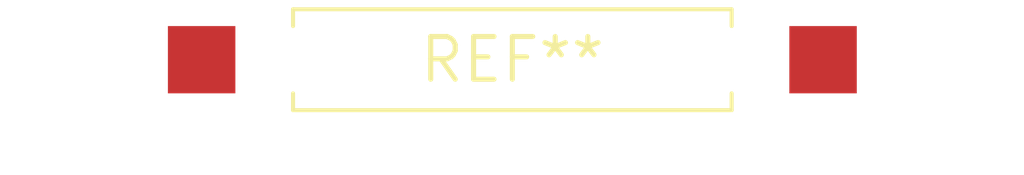
<source format=kicad_pcb>
(kicad_pcb (version 20240108) (generator pcbnew)
  (layers (0 "F.Cu" signal) (31 "B.Cu" signal) (34 "B.Paste" user) (35 "F.Paste" user) (36 "B.SilkS" user "B.Silkscreen") (37 "F.SilkS" user "F.Silkscreen") (38 "B.Mask" user) (39 "F.Mask" user) (44 "Edge.Cuts" user))
  (net 0 "")
  (footprint "SW_SPST_REED_CT10-XXXX-G2" (layer "F.Cu") (at 0 0)
    (property "Reference" "REF**")
    (property "Value" "SW_SPST_REED_CT10-XXXX-G2")
    (fp_line (start -6.5 -1.5) (end -6.5 -1) (layer "F.SilkS") (stroke (width 0.12)))
    (fp_line (start -6.5 1) (end -6.5 1.5) (layer "F.SilkS") (stroke (width 0.12)))
    (fp_line (start -6.5 1.5) (end 6.5 1.5) (layer "F.SilkS") (stroke (width 0.12)))
    (fp_line (start 6.5 -1.5) (end -6.5 -1.5) (layer "F.SilkS") (stroke (width 0.12)))
    (fp_line (start 6.5 -1) (end 6.5 -1.5) (layer "F.SilkS") (stroke (width 0.12)))
    (fp_line (start 6.5 1.5) (end 6.5 1) (layer "F.SilkS") (stroke (width 0.12)))
    (pad "1" smd rect (at -9.21 0) (size 2 2) (layers "F.Cu" "F.Paste" "F.Mask"))
    (pad "2" smd rect (at 9.21 0) (size 2 2) (layers "F.Cu" "F.Paste" "F.Mask"))
  )
)
</source>
